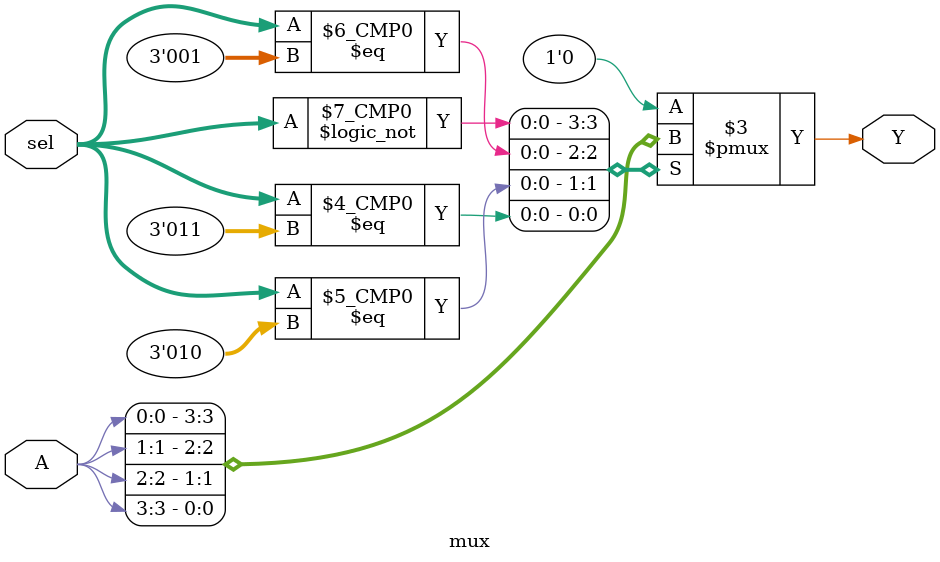
<source format=v>
module mux(A,sel,Y);
 input [7:0]A;
 input [2:0]sel;
 output reg Y;
 always @(sel,A)
 begin
	 case(sel)
		 2'b000 : begin
			 Y = A[0];
		 end

		 2'b001 : begin
			 Y = A[1];
		 end

		 2'b010 : begin
			 Y = A[2];
		 end

		 2'b011 : begin
			 Y = A[3];
		 end

		 2'b100 : begin
			 Y = A[4];
		 end

		 2'b101 : begin
			 Y = A[5];
		 end

		 2'b110 : begin
			 Y = A[6];
		 end

		 2'b111 : begin
			 Y = A[7];
		 end
		 default : Y =1'b0;
	 endcase
 end
 endmodule

</source>
